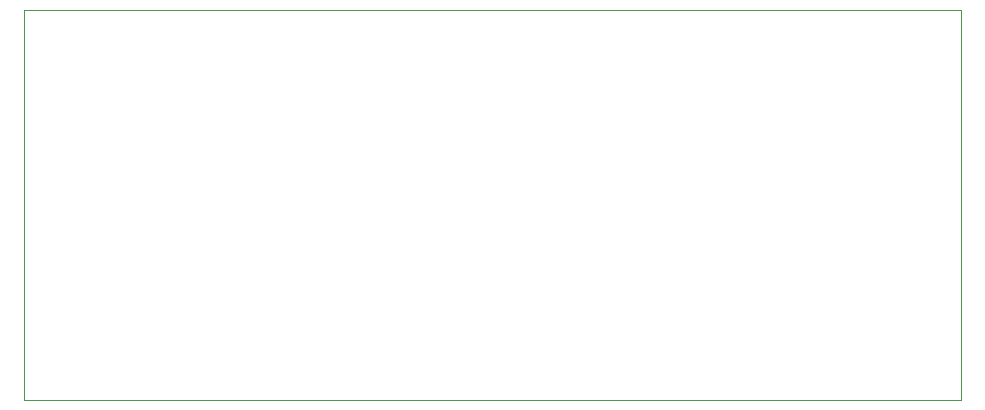
<source format=gbr>
G04 #@! TF.GenerationSoftware,KiCad,Pcbnew,(5.1.9-0-10_14)*
G04 #@! TF.CreationDate,2021-06-13T22:04:25-05:00*
G04 #@! TF.ProjectId,kbxIrBlaster,6b627849-7242-46c6-9173-7465722e6b69,rev?*
G04 #@! TF.SameCoordinates,Original*
G04 #@! TF.FileFunction,Profile,NP*
%FSLAX46Y46*%
G04 Gerber Fmt 4.6, Leading zero omitted, Abs format (unit mm)*
G04 Created by KiCad (PCBNEW (5.1.9-0-10_14)) date 2021-06-13 22:04:25*
%MOMM*%
%LPD*%
G01*
G04 APERTURE LIST*
G04 #@! TA.AperFunction,Profile*
%ADD10C,0.050000*%
G04 #@! TD*
G04 APERTURE END LIST*
D10*
X198120000Y-64135000D02*
X118745000Y-64135000D01*
X198120000Y-97155000D02*
X198120000Y-64135000D01*
X118745000Y-97155000D02*
X198120000Y-97155000D01*
X118745000Y-64135000D02*
X118745000Y-97155000D01*
M02*

</source>
